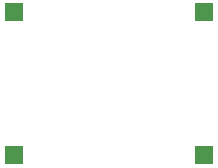
<source format=gbr>
%TF.GenerationSoftware,KiCad,Pcbnew,7.0.10*%
%TF.CreationDate,2024-08-19T14:49:08+08:00*%
%TF.ProjectId,TPS61230_Booster_5V_Layout-240812_JLCPCB,54505336-3132-4333-905f-426f6f737465,rev?*%
%TF.SameCoordinates,Original*%
%TF.FileFunction,Soldermask,Bot*%
%TF.FilePolarity,Negative*%
%FSLAX46Y46*%
G04 Gerber Fmt 4.6, Leading zero omitted, Abs format (unit mm)*
G04 Created by KiCad (PCBNEW 7.0.10) date 2024-08-19 14:49:08*
%MOMM*%
%LPD*%
G01*
G04 APERTURE LIST*
%ADD10R,1.500000X1.500000*%
G04 APERTURE END LIST*
D10*
%TO.C,TP5*%
X130683000Y-59639200D03*
%TD*%
%TO.C,TP8*%
X146800000Y-59639200D03*
%TD*%
%TO.C,TP6*%
X146800000Y-71729600D03*
%TD*%
%TO.C,TP7*%
X130683000Y-71729600D03*
%TD*%
M02*

</source>
